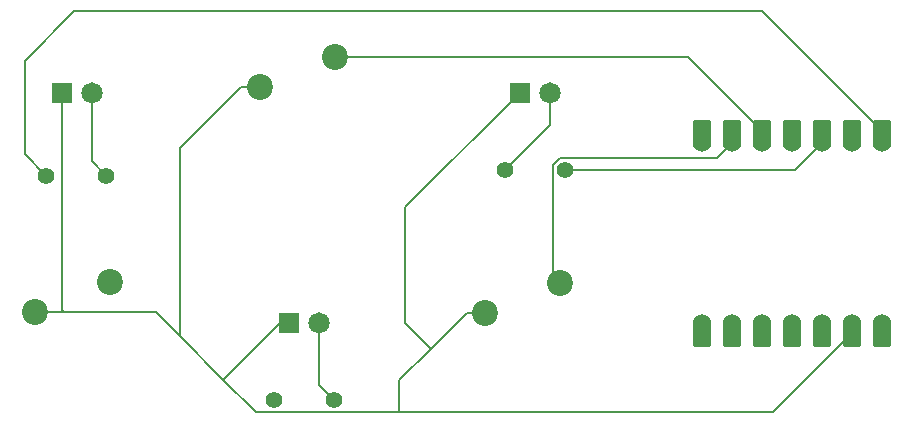
<source format=gtl>
%TF.GenerationSoftware,KiCad,Pcbnew,9.0.2*%
%TF.CreationDate,2025-07-02T22:19:11+01:00*%
%TF.ProjectId,sharfinder,73686172-6669-46e6-9465-722e6b696361,rev?*%
%TF.SameCoordinates,Original*%
%TF.FileFunction,Copper,L1,Top*%
%TF.FilePolarity,Positive*%
%FSLAX46Y46*%
G04 Gerber Fmt 4.6, Leading zero omitted, Abs format (unit mm)*
G04 Created by KiCad (PCBNEW 9.0.2) date 2025-07-02 22:19:11*
%MOMM*%
%LPD*%
G01*
G04 APERTURE LIST*
G04 Aperture macros list*
%AMRoundRect*
0 Rectangle with rounded corners*
0 $1 Rounding radius*
0 $2 $3 $4 $5 $6 $7 $8 $9 X,Y pos of 4 corners*
0 Add a 4 corners polygon primitive as box body*
4,1,4,$2,$3,$4,$5,$6,$7,$8,$9,$2,$3,0*
0 Add four circle primitives for the rounded corners*
1,1,$1+$1,$2,$3*
1,1,$1+$1,$4,$5*
1,1,$1+$1,$6,$7*
1,1,$1+$1,$8,$9*
0 Add four rect primitives between the rounded corners*
20,1,$1+$1,$2,$3,$4,$5,0*
20,1,$1+$1,$4,$5,$6,$7,0*
20,1,$1+$1,$6,$7,$8,$9,0*
20,1,$1+$1,$8,$9,$2,$3,0*%
G04 Aperture macros list end*
%TA.AperFunction,ComponentPad*%
%ADD10C,1.815000*%
%TD*%
%TA.AperFunction,ComponentPad*%
%ADD11R,1.815000X1.815000*%
%TD*%
%TA.AperFunction,ComponentPad*%
%ADD12C,1.400000*%
%TD*%
%TA.AperFunction,ComponentPad*%
%ADD13C,2.200000*%
%TD*%
%TA.AperFunction,SMDPad,CuDef*%
%ADD14RoundRect,0.152400X0.609600X-1.063600X0.609600X1.063600X-0.609600X1.063600X-0.609600X-1.063600X0*%
%TD*%
%TA.AperFunction,ComponentPad*%
%ADD15C,1.524000*%
%TD*%
%TA.AperFunction,SMDPad,CuDef*%
%ADD16RoundRect,0.152400X-0.609600X1.063600X-0.609600X-1.063600X0.609600X-1.063600X0.609600X1.063600X0*%
%TD*%
%TA.AperFunction,Conductor*%
%ADD17C,0.200000*%
%TD*%
G04 APERTURE END LIST*
D10*
%TO.P,D3,A*%
%TO.N,Net-(D3-PadA)*%
X163080000Y-86500000D03*
D11*
%TO.P,D3,C*%
%TO.N,GND*%
X160540000Y-86500000D03*
%TD*%
D12*
%TO.P,R3,1*%
%TO.N,Net-(D3-PadA)*%
X159270000Y-93000000D03*
%TO.P,R3,2*%
%TO.N,LED3*%
X164350000Y-93000000D03*
%TD*%
D13*
%TO.P,SW2,1,1*%
%TO.N,SW2*%
X144890000Y-83460000D03*
%TO.P,SW2,2,2*%
%TO.N,GND*%
X138540000Y-86000000D03*
%TD*%
D12*
%TO.P,R1,1*%
%TO.N,Net-(D1-PadA)*%
X125540000Y-93500000D03*
%TO.P,R1,2*%
%TO.N,LED1*%
X120460000Y-93500000D03*
%TD*%
D13*
%TO.P,SW3,1,1*%
%TO.N,SW3*%
X163990000Y-102560000D03*
%TO.P,SW3,2,2*%
%TO.N,GND*%
X157640000Y-105100000D03*
%TD*%
D10*
%TO.P,D1,A*%
%TO.N,Net-(D1-PadA)*%
X124310000Y-86500000D03*
D11*
%TO.P,D1,C*%
%TO.N,GND*%
X121770000Y-86500000D03*
%TD*%
D12*
%TO.P,R2,1*%
%TO.N,Net-(D2-PadA)*%
X144810000Y-112500000D03*
%TO.P,R2,2*%
%TO.N,LED2*%
X139730000Y-112500000D03*
%TD*%
D14*
%TO.P,U1,1,GPIO26/ADC0/A0*%
%TO.N,LED1*%
X191191500Y-89945000D03*
D15*
X191191500Y-90780000D03*
D14*
%TO.P,U1,2,GPIO27/ADC1/A1*%
%TO.N,LED2*%
X188651500Y-89945000D03*
D15*
X188651500Y-90780000D03*
D14*
%TO.P,U1,3,GPIO28/ADC2/A2*%
%TO.N,LED3*%
X186111500Y-89945000D03*
D15*
X186111500Y-90780000D03*
D14*
%TO.P,U1,4,GPIO29/ADC3/A3*%
%TO.N,SW1*%
X183571500Y-89945000D03*
D15*
X183571500Y-90780000D03*
D14*
%TO.P,U1,5,GPIO6/SDA*%
%TO.N,SW2*%
X181031500Y-89945000D03*
D15*
X181031500Y-90780000D03*
D14*
%TO.P,U1,6,GPIO7/SCL*%
%TO.N,SW3*%
X178491500Y-89945000D03*
D15*
X178491500Y-90780000D03*
D14*
%TO.P,U1,7,GPIO0/TX*%
%TO.N,unconnected-(U1-GPIO0{slash}TX-Pad7)*%
X175951500Y-89945000D03*
D15*
X175951500Y-90780000D03*
%TO.P,U1,8,GPIO1/RX*%
%TO.N,unconnected-(U1-GPIO1{slash}RX-Pad8)*%
X175951500Y-106020000D03*
D16*
X175951500Y-106855000D03*
D15*
%TO.P,U1,9,GPIO2/SCK*%
%TO.N,unconnected-(U1-GPIO2{slash}SCK-Pad9)*%
X178491500Y-106020000D03*
D16*
X178491500Y-106855000D03*
D15*
%TO.P,U1,10,GPIO4/MISO*%
%TO.N,unconnected-(U1-GPIO4{slash}MISO-Pad10)*%
X181031500Y-106020000D03*
D16*
X181031500Y-106855000D03*
D15*
%TO.P,U1,11,GPIO3/MOSI*%
%TO.N,unconnected-(U1-GPIO3{slash}MOSI-Pad11)*%
X183571500Y-106020000D03*
D16*
X183571500Y-106855000D03*
D15*
%TO.P,U1,12,3V3*%
%TO.N,unconnected-(U1-3V3-Pad12)*%
X186111500Y-106020000D03*
D16*
X186111500Y-106855000D03*
D15*
%TO.P,U1,13,GND*%
%TO.N,GND*%
X188651500Y-106020000D03*
D16*
X188651500Y-106855000D03*
D15*
%TO.P,U1,14,VBUS*%
%TO.N,unconnected-(U1-VBUS-Pad14)*%
X191191500Y-106020000D03*
D16*
X191191500Y-106855000D03*
%TD*%
D10*
%TO.P,D2,A*%
%TO.N,Net-(D2-PadA)*%
X143540000Y-106000000D03*
D11*
%TO.P,D2,C*%
%TO.N,GND*%
X141000000Y-106000000D03*
%TD*%
D13*
%TO.P,SW1,1,1*%
%TO.N,SW1*%
X125840000Y-102500000D03*
%TO.P,SW1,2,2*%
%TO.N,GND*%
X119490000Y-105040000D03*
%TD*%
D17*
%TO.N,Net-(D1-PadA)*%
X124310000Y-92270000D02*
X125540000Y-93500000D01*
X124310000Y-86500000D02*
X124310000Y-92270000D01*
%TO.N,GND*%
X138540000Y-86000000D02*
X136984366Y-86000000D01*
X119490000Y-105040000D02*
X121940000Y-105040000D01*
X141000000Y-106000000D02*
X140240000Y-106000000D01*
X121770000Y-86500000D02*
X121770000Y-104870000D01*
X150340000Y-113501000D02*
X182005500Y-113501000D01*
X157640000Y-105100000D02*
X156084366Y-105100000D01*
X121940000Y-105040000D02*
X129734372Y-105040000D01*
X136984366Y-86000000D02*
X131817186Y-91167180D01*
X150340000Y-110844366D02*
X150340000Y-113501000D01*
X135467186Y-110772814D02*
X138195372Y-113501000D01*
X150840000Y-106000000D02*
X153012183Y-108172183D01*
X131817186Y-91167180D02*
X131817186Y-107122814D01*
X131817186Y-107122814D02*
X135467186Y-110772814D01*
X121770000Y-104870000D02*
X121940000Y-105040000D01*
X138195372Y-113501000D02*
X150340000Y-113501000D01*
X150840000Y-96200000D02*
X150840000Y-106000000D01*
X160540000Y-86500000D02*
X150840000Y-96200000D01*
X140240000Y-106000000D02*
X135467186Y-110772814D01*
X129734372Y-105040000D02*
X131817186Y-107122814D01*
X182005500Y-113501000D02*
X188651500Y-106855000D01*
X153012183Y-108172183D02*
X150340000Y-110844366D01*
X156084366Y-105100000D02*
X153012183Y-108172183D01*
%TO.N,Net-(D2-PadA)*%
X143540000Y-111230000D02*
X144810000Y-112500000D01*
X143540000Y-106000000D02*
X143540000Y-111230000D01*
X143580000Y-106040000D02*
X143540000Y-106000000D01*
%TO.N,Net-(D3-PadA)*%
X163080000Y-89190000D02*
X159270000Y-93000000D01*
X163080000Y-86500000D02*
X163080000Y-89190000D01*
%TO.N,LED1*%
X118640000Y-91680000D02*
X118640000Y-83800000D01*
X118640000Y-83800000D02*
X122840000Y-79600000D01*
X120460000Y-93500000D02*
X118640000Y-91680000D01*
X122840000Y-79600000D02*
X181089130Y-79600000D01*
X191191500Y-89702370D02*
X191191500Y-90780000D01*
X181089130Y-79600000D02*
X191191500Y-89702370D01*
%TO.N,LED3*%
X164350000Y-93000000D02*
X183891500Y-93000000D01*
X183891500Y-93000000D02*
X186111500Y-90780000D01*
%TO.N,SW2*%
X144890000Y-83460000D02*
X174789130Y-83460000D01*
X174789130Y-83460000D02*
X181031500Y-89702370D01*
X181031500Y-89702370D02*
X181031500Y-90780000D01*
%TO.N,SW3*%
X177272500Y-91999000D02*
X163935372Y-91999000D01*
X178491500Y-90780000D02*
X177272500Y-91999000D01*
X163349000Y-92585372D02*
X163349000Y-101919000D01*
X163349000Y-101919000D02*
X163990000Y-102560000D01*
X163935372Y-91999000D02*
X163349000Y-92585372D01*
%TD*%
M02*

</source>
